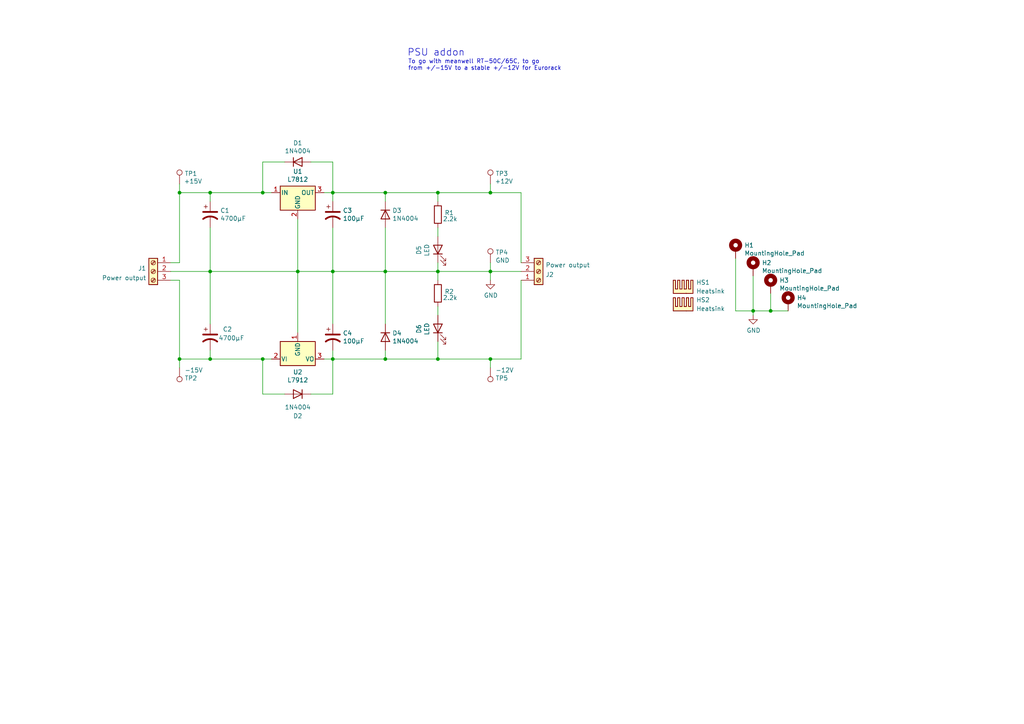
<source format=kicad_sch>
(kicad_sch (version 20231120) (generator "eeschema") (generator_version "8.0")
  (paper "A4")
  (title_block (title "PSU addon") (date "2025-01-15") (rev "1.1") (company "Bleep Sound"))
  (lib_symbols
    (symbol "Connector:Screw_Terminal_01x03" (pin_names (offset 1.016) hide)
      (property "Reference" "J" (at 0 5.08 0))
      (property "Value" "Screw_Terminal_01x03" (at 0 -5.08 0))
      (symbol "Screw_Terminal_01x03_1_1"
        (rectangle (start -1.27 3.81) (end 1.27 -3.81) (stroke (width 0.254)) (fill (type background)))
        (circle (center 0 -2.54) (radius 0.635) (stroke (width 0.1524)))
        (polyline (pts (xy -0.5334 -2.2098) (xy 0.3302 -3.048)) (stroke (width 0.1524)))
        (polyline (pts (xy -0.5334 0.3302) (xy 0.3302 -0.508)) (stroke (width 0.1524)))
        (polyline (pts (xy -0.5334 2.8702) (xy 0.3302 2.032)) (stroke (width 0.1524)))
        (polyline (pts (xy -0.3556 -2.032) (xy 0.508 -2.8702)) (stroke (width 0.1524)))
        (polyline (pts (xy -0.3556 0.508) (xy 0.508 -0.3302)) (stroke (width 0.1524)))
        (polyline (pts (xy -0.3556 3.048) (xy 0.508 2.2098)) (stroke (width 0.1524)))
        (circle (center 0 0) (radius 0.635) (stroke (width 0.1524)))
        (circle (center 0 2.54) (radius 0.635) (stroke (width 0.1524)))
        (pin passive line (at -5.08 2.54 0) (length 3.81) (name "Pin_1") (number "1"))
        (pin passive line (at -5.08 0 0) (length 3.81) (name "Pin_2") (number "2"))
        (pin passive line (at -5.08 -2.54 0) (length 3.81) (name "Pin_3") (number "3"))
      )
    )
    (symbol "Connector:TestPoint" (pin_numbers hide) (pin_names (offset 0.762) hide)
      (property "Reference" "TP" (at 0 6.858 0))
      (property "Value" "TestPoint" (at 0 5.08 0))
      (symbol "TestPoint_0_1"
        (circle (center 0 3.302) (radius 0.762))
      )
      (symbol "TestPoint_1_1"
        (pin passive line (at 0 0 90) (length 2.54) (name "1") (number "1"))
      )
    )
    (symbol "Device:CP1" (pin_numbers hide) (pin_names (offset 0.254) hide)
      (property "Reference" "C" (at 0.635 2.54 0))
      (property "Value" "Device_CP1" (at 0.635 -2.54 0))
      (symbol "CP1_0_1"
        (polyline (pts (xy -2.032 0.762) (xy 2.032 0.762)) (stroke (width 0.508)))
        (polyline (pts (xy -1.778 2.286) (xy -0.762 2.286)))
        (polyline (pts (xy -1.27 1.778) (xy -1.27 2.794)))
        (arc (start 2.032 -1.27) (mid 0 -0.5572) (end -2.032 -1.27) (stroke (width 0.508)))
      )
      (symbol "CP1_1_1"
        (pin passive line (at 0 3.81 270) (length 2.794) (name "~") (number "1"))
        (pin passive line (at 0 -3.81 90) (length 3.302) (name "~") (number "2"))
      )
    )
    (symbol "Device:D" (pin_numbers hide) (pin_names (offset 1.016) hide)
      (property "Reference" "D" (at 0 2.54 0))
      (property "Value" "D" (at 0 -2.54 0))
      (symbol "D_0_1"
        (polyline (pts (xy -1.27 1.27) (xy -1.27 -1.27)) (stroke (width 0.254)))
        (polyline (pts (xy 1.27 0) (xy -1.27 0)))
        (polyline (pts (xy 1.27 1.27) (xy 1.27 -1.27) (xy -1.27 0) (xy 1.27 1.27)) (stroke (width 0.254)))
      )
      (symbol "D_1_1"
        (pin passive line (at -3.81 0 0) (length 2.54) (name "K") (number "1"))
        (pin passive line (at 3.81 0 180) (length 2.54) (name "A") (number "2"))
      )
    )
    (symbol "Device:LED" (pin_numbers hide) (pin_names (offset 1.016) hide)
      (property "Reference" "D" (at 0 2.54 0))
      (property "Value" "LED" (at 0 -2.54 0))
      (symbol "LED_0_1"
        (polyline (pts (xy -1.27 -1.27) (xy -1.27 1.27)) (stroke (width 0.254)))
        (polyline (pts (xy -1.27 0) (xy 1.27 0)))
        (polyline (pts (xy 1.27 -1.27) (xy 1.27 1.27) (xy -1.27 0) (xy 1.27 -1.27)) (stroke (width 0.254)))
        (polyline (pts (xy -3.048 -0.762) (xy -4.572 -2.286) (xy -3.81 -2.286) (xy -4.572 -2.286) (xy -4.572 -1.524)))
        (polyline (pts (xy -1.778 -0.762) (xy -3.302 -2.286) (xy -2.54 -2.286) (xy -3.302 -2.286) (xy -3.302 -1.524)))
      )
      (symbol "LED_1_1"
        (pin passive line (at -3.81 0 0) (length 2.54) (name "K") (number "1"))
        (pin passive line (at 3.81 0 180) (length 2.54) (name "A") (number "2"))
      )
    )
    (symbol "Device:R" (pin_numbers hide) (pin_names (offset 0))
      (property "Reference" "R" (at 2.032 0 90))
      (property "Value" "R" (at 0 0 90))
      (symbol "R_0_1"
        (rectangle (start -1.016 -2.54) (end 1.016 2.54) (stroke (width 0.254)))
      )
      (symbol "R_1_1"
        (pin passive line (at 0 3.81 270) (length 1.27) (name "~") (number "1"))
        (pin passive line (at 0 -3.81 90) (length 1.27) (name "~") (number "2"))
      )
    )
    (symbol "Mechanical:Heatsink" (pin_names (offset 1.016)) (exclude_from_sim yes)
      (property "Reference" "HS" (at 0 5.08 0))
      (property "Value" "Heatsink" (at 0 -1.27 0))
      (symbol "Heatsink_0_1"
        (polyline (pts (xy -0.3302 1.27) (xy -0.9652 1.27) (xy -0.9652 3.81) (xy -1.6002 3.81) (xy -1.6002 1.27) (xy -2.2352 1.27) (xy -2.2352 3.81) (xy -2.8702 3.81) (xy -2.8702 0) (xy -0.9652 0)) (stroke (width 0.254)) (fill (type background)))
        (polyline (pts (xy -0.3302 1.27) (xy -0.3302 3.81) (xy 0.3048 3.81) (xy 0.3048 1.27) (xy 0.9398 1.27) (xy 0.9398 3.81) (xy 1.5748 3.81) (xy 1.5748 1.27) (xy 2.2098 1.27) (xy 2.2098 3.81) (xy 2.8448 3.81) (xy 2.8448 0) (xy -0.9652 0)) (stroke (width 0.254)) (fill (type background)))
      )
    )
    (symbol "Mechanical:MountingHole_Pad" (pin_numbers hide) (pin_names (offset 1.016) hide)
      (property "Reference" "H" (at 0 6.35 0))
      (property "Value" "MountingHole_Pad" (at 0 4.445 0))
      (symbol "MountingHole_Pad_0_1"
        (circle (center 0 1.27) (radius 1.27) (stroke (width 1.27)))
      )
      (symbol "MountingHole_Pad_1_1"
        (pin input line (at 0 -2.54 90) (length 2.54) (name "1") (number "1"))
      )
    )
    (symbol "Regulator_Linear:L7812" (pin_names (offset 0.254))
      (property "Reference" "U" (at -3.81 3.175 0))
      (property "Value" "L7812" (at 0 3.175 0))
      (symbol "L7812_0_1"
        (rectangle (start -5.08 1.905) (end 5.08 -5.08) (stroke (width 0.254)) (fill (type background)))
      )
      (symbol "L7812_1_1"
        (pin power_in line (at -7.62 0 0) (length 2.54) (name "IN") (number "1"))
        (pin power_in line (at 0 -7.62 90) (length 2.54) (name "GND") (number "2"))
        (pin power_out line (at 7.62 0 180) (length 2.54) (name "OUT") (number "3"))
      )
    )
    (symbol "Regulator_Linear:L7912" (pin_names (offset 0.254))
      (property "Reference" "U" (at -3.81 -3.175 0))
      (property "Value" "L7912" (at 0 -3.175 0))
      (symbol "L7912_0_1"
        (rectangle (start -5.08 5.08) (end 5.08 -1.905) (stroke (width 0.254)) (fill (type background)))
      )
      (symbol "L7912_1_1"
        (pin power_in line (at 0 7.62 270) (length 2.54) (name "GND") (number "1"))
        (pin power_in line (at -7.62 0 0) (length 2.54) (name "VI") (number "2"))
        (pin power_out line (at 7.62 0 180) (length 2.54) (name "VO") (number "3"))
      )
    )
    (symbol "power:GND" (power) (pin_names (offset 0))
      (property "Value" "GND" (at 0 -3.81 0))
      (symbol "GND_0_1"
        (polyline (pts (xy 0 0) (xy 0 -1.27) (xy 1.27 -1.27) (xy 0 -2.54) (xy -1.27 -1.27) (xy 0 -1.27)))
      )
      (symbol "GND_1_1"
        (pin power_in line (at 0 0 270) (length 0) hide (name "GND") (number "1"))
      )
    )
  )
  (junction (at 142.24 55.88))
  (junction (at 96.52 55.88))
  (junction (at 127 55.88))
  (junction (at 86.36 78.74))
  (junction (at 60.96 55.88))
  (junction (at 76.2 104.14))
  (junction (at 96.52 104.14))
  (junction (at 223.52 90.17))
  (junction (at 60.96 104.14))
  (junction (at 111.76 104.14))
  (junction (at 142.24 104.14))
  (junction (at 111.76 78.74))
  (junction (at 127 104.14))
  (junction (at 111.76 55.88))
  (junction (at 127 78.74))
  (junction (at 218.44 90.17))
  (junction (at 60.96 78.74))
  (junction (at 52.07 55.88))
  (junction (at 76.2 55.88))
  (junction (at 142.24 78.74))
  (junction (at 96.52 78.74))
  (junction (at 52.07 104.14))
  (wire (pts (xy 60.96 78.74) (xy 86.36 78.74)))
  (wire (pts (xy 96.52 55.88) (xy 96.52 58.42)))
  (wire (pts (xy 60.96 78.74) (xy 60.96 93.98)))
  (wire (pts (xy 96.52 78.74) (xy 86.36 78.74)))
  (wire (pts (xy 228.6 90.17) (xy 223.52 90.17)))
  (wire (pts (xy 60.96 66.04) (xy 60.96 78.74)))
  (wire (pts (xy 96.52 101.6) (xy 96.52 104.14)))
  (wire (pts (xy 96.52 93.98) (xy 96.52 78.74)))
  (wire (pts (xy 52.07 55.88) (xy 60.96 55.88)))
  (wire (pts (xy 60.96 55.88) (xy 76.2 55.88)))
  (wire (pts (xy 142.24 53.34) (xy 142.24 55.88)))
  (wire (pts (xy 213.36 74.93) (xy 213.36 90.17)))
  (wire (pts (xy 60.96 55.88) (xy 60.96 58.42)))
  (wire (pts (xy 127 68.58) (xy 127 66.04)))
  (wire (pts (xy 223.52 90.17) (xy 218.44 90.17)))
  (wire (pts (xy 96.52 114.3) (xy 90.17 114.3)))
  (wire (pts (xy 127 55.88) (xy 142.24 55.88)))
  (wire (pts (xy 127 88.9) (xy 127 91.44)))
  (wire (pts (xy 93.98 55.88) (xy 96.52 55.88)))
  (wire (pts (xy 111.76 104.14) (xy 127 104.14)))
  (wire (pts (xy 52.07 104.14) (xy 60.96 104.14)))
  (wire (pts (xy 142.24 81.28) (xy 142.24 78.74)))
  (wire (pts (xy 49.53 81.28) (xy 52.07 81.28)))
  (wire (pts (xy 78.74 55.88) (xy 76.2 55.88)))
  (wire (pts (xy 90.17 46.99) (xy 96.52 46.99)))
  (wire (pts (xy 76.2 114.3) (xy 82.55 114.3)))
  (wire (pts (xy 142.24 55.88) (xy 151.13 55.88)))
  (wire (pts (xy 86.36 63.5) (xy 86.36 78.74)))
  (wire (pts (xy 52.07 81.28) (xy 52.07 104.14)))
  (wire (pts (xy 78.74 104.14) (xy 76.2 104.14)))
  (wire (pts (xy 127 104.14) (xy 127 99.06)))
  (wire (pts (xy 52.07 76.2) (xy 52.07 55.88)))
  (wire (pts (xy 127 78.74) (xy 142.24 78.74)))
  (wire (pts (xy 111.76 104.14) (xy 96.52 104.14)))
  (wire (pts (xy 49.53 78.74) (xy 60.96 78.74)))
  (wire (pts (xy 218.44 80.01) (xy 218.44 90.17)))
  (wire (pts (xy 96.52 46.99) (xy 96.52 55.88)))
  (wire (pts (xy 111.76 93.98) (xy 111.76 78.74)))
  (wire (pts (xy 111.76 101.6) (xy 111.76 104.14)))
  (wire (pts (xy 60.96 101.6) (xy 60.96 104.14)))
  (wire (pts (xy 96.52 66.04) (xy 96.52 78.74)))
  (wire (pts (xy 127 55.88) (xy 111.76 55.88)))
  (wire (pts (xy 151.13 55.88) (xy 151.13 76.2)))
  (wire (pts (xy 223.52 85.09) (xy 223.52 90.17)))
  (wire (pts (xy 142.24 76.2) (xy 142.24 78.74)))
  (wire (pts (xy 213.36 90.17) (xy 218.44 90.17)))
  (wire (pts (xy 142.24 78.74) (xy 151.13 78.74)))
  (wire (pts (xy 52.07 53.34) (xy 52.07 55.88)))
  (wire (pts (xy 218.44 90.17) (xy 218.44 91.44)))
  (wire (pts (xy 127 58.42) (xy 127 55.88)))
  (wire (pts (xy 93.98 104.14) (xy 96.52 104.14)))
  (wire (pts (xy 86.36 78.74) (xy 86.36 96.52)))
  (wire (pts (xy 52.07 104.14) (xy 52.07 106.68)))
  (wire (pts (xy 127 104.14) (xy 142.24 104.14)))
  (wire (pts (xy 96.52 78.74) (xy 111.76 78.74)))
  (wire (pts (xy 151.13 81.28) (xy 151.13 104.14)))
  (wire (pts (xy 96.52 104.14) (xy 96.52 114.3)))
  (wire (pts (xy 142.24 104.14) (xy 142.24 106.68)))
  (wire (pts (xy 60.96 104.14) (xy 76.2 104.14)))
  (wire (pts (xy 111.76 58.42) (xy 111.76 55.88)))
  (wire (pts (xy 76.2 104.14) (xy 76.2 114.3)))
  (wire (pts (xy 127 78.74) (xy 127 76.2)))
  (wire (pts (xy 111.76 66.04) (xy 111.76 78.74)))
  (wire (pts (xy 111.76 78.74) (xy 127 78.74)))
  (wire (pts (xy 96.52 55.88) (xy 111.76 55.88)))
  (wire (pts (xy 127 78.74) (xy 127 81.28)))
  (wire (pts (xy 76.2 46.99) (xy 76.2 55.88)))
  (wire (pts (xy 49.53 76.2) (xy 52.07 76.2)))
  (wire (pts (xy 142.24 104.14) (xy 151.13 104.14)))
  (wire (pts (xy 82.55 46.99) (xy 76.2 46.99)))
  (text "PSU addon" (at 118.11 16.51 0) (effects (font (size 2 2)) (justify left bottom)))
  (text "To go with meanwell RT-50C/65C, to go \nfrom +/-15V to a stable +/-12V for Eurorack" (at 118.364 20.574 0) (effects (font (size 1.2 1.2)) (justify left bottom)))
  (symbol (lib_id "power:GND") (at 218.44 91.44 0) (unit 1)
    (property "Reference" "#PWR02" (effects (hide yes)))
    (property "Value" "GND" (at 218.567 95.8342 0))
  )
  (symbol (lib_id "Mechanical:MountingHole_Pad") (at 213.36 72.39 0) (unit 1)
    (property "Reference" "H1" (at 215.9 71.1454 0) (effects (justify left)))
    (property "Value" "MountingHole_Pad" (at 215.9 73.4568 0) (effects (justify left)))
    (property "Footprint" "Kicad-perso:Doepfer Mounting hole" (effects (hide yes)))
  )
  (symbol (lib_id "Mechanical:MountingHole_Pad") (at 218.44 77.47 0) (unit 1)
    (property "Reference" "H2" (at 220.98 76.2254 0) (effects (justify left)))
    (property "Value" "MountingHole_Pad" (at 220.98 78.5368 0) (effects (justify left)))
    (property "Footprint" "Kicad-perso:Doepfer Mounting hole" (effects (hide yes)))
  )
  (symbol (lib_id "Mechanical:MountingHole_Pad") (at 223.52 82.55 0) (unit 1)
    (property "Reference" "H3" (at 226.06 81.3054 0) (effects (justify left)))
    (property "Value" "MountingHole_Pad" (at 226.06 83.6168 0) (effects (justify left)))
    (property "Footprint" "Kicad-perso:Doepfer Mounting hole" (effects (hide yes)))
  )
  (symbol (lib_id "Mechanical:MountingHole_Pad") (at 228.6 87.63 0) (unit 1)
    (property "Reference" "H4" (at 231.14 86.3854 0) (effects (justify left)))
    (property "Value" "MountingHole_Pad" (at 231.14 88.6968 0) (effects (justify left)))
    (property "Footprint" "Kicad-perso:Doepfer Mounting hole" (effects (hide yes)))
  )
  (symbol (lib_id "Connector:Screw_Terminal_01x03") (at 44.45 78.74 0) (mirror y) (unit 1)
    (property "Reference" "J1" (at 42.418 77.8315 0) (effects (justify left)))
    (property "Value" "Power output" (at 42.418 80.6066 0) (effects (justify left)))
    (property "Footprint" "TerminalBlock:TerminalBlock_bornier-3_P5.08mm" (effects (hide yes)))
    (property "Description" "Screw Terminal Block 3 Positions 2.54mm" (effects (hide yes)))
    (property "Links" "https://www.taydaelectronics.com/dg128-screw-terminal-block-3-positions-2-54mm.html" (effects (hide yes)))
    (property "manf" "DEGSON" (effects (hide yes)))
    (property "manf#" "DG128 " (effects (hide yes)))
  )
  (symbol (lib_id "Device:D") (at 111.76 97.79 270) (unit 1)
    (property "Reference" "D4" (at 113.792 96.6216 90) (effects (justify left)))
    (property "Value" "1N4004" (at 113.792 98.933 90) (effects (justify left)))
    (property "Footprint" "Diode_THT:D_DO-41_SOD81_P10.16mm_Horizontal" (effects (hide yes)))
    (property "Description" "1N4004 Diode 1A 400V" (effects (hide yes)))
    (property "Links" "https://www.taydaelectronics.com/1n4004-diode-1a-400v.html" (effects (hide yes)))
  )
  (symbol (lib_id "Device:CP1") (at 96.52 62.23 0) (unit 1)
    (property "Reference" "C3" (at 99.441 61.0616 0) (effects (justify left)))
    (property "Value" "100µF" (at 99.441 63.373 0) (effects (justify left)))
    (property "Footprint" "Capacitor_THT:CP_Radial_D5.0mm_P2.00mm" (effects (hide yes)))
    (property "Description" "100uF Electrolytic capacitor, 2.0mm pitch, 5mm diameter" (effects (hide yes)))
  )
  (symbol (lib_id "Connector:TestPoint") (at 52.07 106.68 0) (mirror x) (unit 1)
    (property "Reference" "TP2" (at 53.5432 109.6772 0) (effects (justify left)))
    (property "Value" "-15V" (at 53.5432 107.3658 0) (effects (justify left)))
    (property "Footprint" "TestPoint:TestPoint_Keystone_5000-5004_Miniature" (effects (hide yes)))
  )
  (symbol (lib_id "Device:CP1") (at 60.96 62.23 0) (unit 1)
    (property "Reference" "C1" (at 63.881 61.0616 0) (effects (justify left)))
    (property "Value" "4700µF" (at 63.881 63.373 0) (effects (justify left)))
    (property "Footprint" "Capacitor_THT:CP_Radial_D16.0mm_P7.50mm" (effects (hide yes)))
    (property "Description" "4700uF Electrolytic capacitor, 7.50mm pitch 16mm diameter" (effects (hide yes)))
  )
  (symbol (lib_id "Connector:TestPoint") (at 142.24 106.68 0) (mirror x) (unit 1)
    (property "Reference" "TP5" (at 143.7132 109.6772 0) (effects (justify left)))
    (property "Value" "-12V" (at 143.7132 107.3658 0) (effects (justify left)))
    (property "Footprint" "TestPoint:TestPoint_Keystone_5000-5004_Miniature" (effects (hide yes)))
  )
  (symbol (lib_id "Device:D") (at 111.76 62.23 270) (unit 1)
    (property "Reference" "D3" (at 113.792 61.0616 90) (effects (justify left)))
    (property "Value" "1N4004" (at 113.792 63.373 90) (effects (justify left)))
    (property "Footprint" "Diode_THT:D_DO-41_SOD81_P10.16mm_Horizontal" (effects (hide yes)))
    (property "Description" "1N4004 Diode 1A 400V" (effects (hide yes)))
    (property "Links" "https://www.taydaelectronics.com/1n4004-diode-1a-400v.html" (effects (hide yes)))
  )
  (symbol (lib_id "Device:LED") (at 127 72.39 90) (unit 1)
    (property "Reference" "D5" (at 121.4882 72.5678 0))
    (property "Value" "LED" (at 123.7996 72.5678 0))
    (property "Footprint" "LED_THT:LED_D5.0mm_Clear" (effects (hide yes)))
    (property "Description" "5mm LED" (effects (hide yes)))
  )
  (symbol (lib_id "Connector:Screw_Terminal_01x03") (at 156.21 78.74 0) (mirror x) (unit 1)
    (property "Reference" "J2" (at 158.242 79.6485 0) (effects (justify left)))
    (property "Value" "Power output" (at 158.242 76.8734 0) (effects (justify left)))
    (property "Footprint" "TerminalBlock:TerminalBlock_bornier-3_P5.08mm" (effects (hide yes)))
    (property "Description" "Screw Terminal Block 3 Positions 2.54mm" (effects (hide yes)))
    (property "Links" "https://www.taydaelectronics.com/dg128-screw-terminal-block-3-positions-2-54mm.html" (effects (hide yes)))
    (property "manf" "DEGSON" (effects (hide yes)))
    (property "manf#" "DG128 " (effects (hide yes)))
  )
  (symbol (lib_id "Device:R") (at 127 85.09 180) (unit 1)
    (property "Reference" "R2" (at 130.302 84.582 0))
    (property "Value" "2.2k" (at 130.556 86.36 0))
    (property "Footprint" "Resistor_THT:R_Axial_DIN0207_L6.3mm_D2.5mm_P7.62mm_Horizontal" (effects (hide yes)))
    (property "Description" "2.5mm*6.8mm 1/4W 1% Metal film resistor" (effects (hide yes)))
    (property "Links" "https://www.taydaelectronics.com/resistors/1-4w-metal-film-resistors/test-group-2.html" (effects (hide yes)))
  )
  (symbol (lib_id "Connector:TestPoint") (at 142.24 76.2 0) (unit 1)
    (property "Reference" "TP4" (at 143.7132 73.2028 0) (effects (justify left)))
    (property "Value" "GND" (at 143.7132 75.5142 0) (effects (justify left)))
    (property "Footprint" "TestPoint:TestPoint_Keystone_5000-5004_Miniature" (effects (hide yes)))
  )
  (symbol (lib_id "Mechanical:Heatsink") (at 198.12 90.17 0) (mirror y) (unit 1) (exclude_from_sim yes) (on_board no)
    (property "Reference" "HS2" (at 201.93 86.9949 0) (effects (justify right)))
    (property "Value" "Heatsink" (at 201.93 89.5349 0) (effects (justify right)))
    (property "Description" "Heatsink for TO-220 package" (effects (hide yes)))
    (property "Links" "https://www.taydaelectronics.com/heat-sink-to-220-8-fins-1-inch-aluminium-white.html" (effects (hide yes)))
  )
  (symbol (lib_id "Device:D") (at 86.36 114.3 180) (unit 1)
    (property "Reference" "D2" (at 86.36 120.65 0))
    (property "Value" "1N4004" (at 86.36 118.11 0))
    (property "Footprint" "Diode_THT:D_DO-41_SOD81_P10.16mm_Horizontal" (effects (hide yes)))
    (property "Description" "1N4004 Diode 1A 400V" (effects (hide yes)))
    (property "Links" "https://www.taydaelectronics.com/1n4004-diode-1a-400v.html" (effects (hide yes)))
  )
  (symbol (lib_id "Device:LED") (at 127 95.25 90) (unit 1)
    (property "Reference" "D6" (at 121.4882 95.4278 0))
    (property "Value" "LED" (at 123.7996 95.4278 0))
    (property "Footprint" "LED_THT:LED_D5.0mm_Clear" (effects (hide yes)))
    (property "Description" "5mm LED" (effects (hide yes)))
  )
  (symbol (lib_id "Mechanical:Heatsink") (at 198.12 85.09 0) (mirror y) (unit 1) (exclude_from_sim yes) (on_board no)
    (property "Reference" "HS1" (at 201.93 81.9149 0) (effects (justify right)))
    (property "Value" "Heatsink" (at 201.93 84.4549 0) (effects (justify right)))
    (property "Description" "Heatsink for TO-220 package" (effects (hide yes)))
    (property "Links" "https://www.taydaelectronics.com/heat-sink-to-220-8-fins-1-inch-aluminium-white.html" (effects (hide yes)))
  )
  (symbol (lib_id "Regulator_Linear:L7912") (at 86.36 104.14 0) (unit 1)
    (property "Reference" "U2" (at 86.36 107.9246 0))
    (property "Value" "L7912" (at 86.36 110.236 0))
    (property "Footprint" "Package_TO_SOT_THT:TO-220-3_Vertical" (effects (hide yes)))
    (property "Datasheet" "http://www.st.com/content/ccc/resource/technical/document/datasheet/c9/16/86/41/c7/2b/45/f2/CD00000450.pdf/files/CD00000450.pdf/jcr:content/translations/en.CD00000450.pdf" (effects (hide yes)))
    (property "Description" "-12V Voltage Regulator IC" (effects (hide yes)))
    (property "Links" "https://www.taydaelectronics.com/l7912cv-lm7912-l7912-7912-voltage-regulator-ic-12v-1-5a.html" (effects (hide yes)))
  )
  (symbol (lib_id "Device:CP1") (at 60.96 97.79 0) (unit 1)
    (property "Reference" "C2" (at 67.31 95.504 0) (effects (justify right)))
    (property "Value" "4700µF" (at 70.866 98.044 0) (effects (justify right)))
    (property "Footprint" "Capacitor_THT:CP_Radial_D16.0mm_P7.50mm" (effects (hide yes)))
    (property "Description" "4700uF Electrolytic capacitor, 7.50mm pitch 16mm diameter" (effects (hide yes)))
  )
  (symbol (lib_id "power:GND") (at 142.24 81.28 0) (unit 1)
    (property "Reference" "#PWR01" (effects (hide yes)))
    (property "Value" "GND" (at 142.367 85.6742 0))
  )
  (symbol (lib_id "Device:CP1") (at 96.52 97.79 0) (unit 1)
    (property "Reference" "C4" (at 99.441 96.6216 0) (effects (justify left)))
    (property "Value" "100µF" (at 99.441 98.933 0) (effects (justify left)))
    (property "Footprint" "Capacitor_THT:CP_Radial_D5.0mm_P2.00mm" (effects (hide yes)))
    (property "Description" "100uF Electrolytic capacitor, 2.0mm pitch, 5mm diameter" (effects (hide yes)))
  )
  (symbol (lib_id "Connector:TestPoint") (at 52.07 53.34 0) (unit 1)
    (property "Reference" "TP1" (at 53.5432 50.3428 0) (effects (justify left)))
    (property "Value" "+15V" (at 53.34 52.578 0) (effects (justify left)))
    (property "Footprint" "TestPoint:TestPoint_Keystone_5000-5004_Miniature" (effects (hide yes)))
  )
  (symbol (lib_id "Device:D") (at 86.36 46.99 0) (unit 1)
    (property "Reference" "D1" (at 86.36 41.4782 0))
    (property "Value" "1N4004" (at 86.36 43.7896 0))
    (property "Footprint" "Diode_THT:D_DO-41_SOD81_P10.16mm_Horizontal" (effects (hide yes)))
    (property "Description" "1N4004 Diode 1A 400V" (effects (hide yes)))
    (property "Links" "https://www.taydaelectronics.com/1n4004-diode-1a-400v.html" (effects (hide yes)))
  )
  (symbol (lib_id "Device:R") (at 127 62.23 180) (unit 1)
    (property "Reference" "R1" (at 130.302 61.722 0))
    (property "Value" "2.2k" (at 130.556 63.5 0))
    (property "Footprint" "Resistor_THT:R_Axial_DIN0207_L6.3mm_D2.5mm_P7.62mm_Horizontal" (effects (hide yes)))
    (property "Description" "2.5mm*6.8mm 1/4W 1% Metal film resistor" (effects (hide yes)))
    (property "Links" "https://www.taydaelectronics.com/resistors/1-4w-metal-film-resistors/test-group-2.html" (effects (hide yes)))
  )
  (symbol (lib_id "Regulator_Linear:L7812") (at 86.36 55.88 0) (unit 1)
    (property "Reference" "U1" (at 86.36 49.7332 0))
    (property "Value" "L7812" (at 86.36 52.0446 0))
    (property "Footprint" "Package_TO_SOT_THT:TO-220-3_Vertical" (effects (hide yes)))
    (property "Datasheet" "http://www.st.com/content/ccc/resource/technical/document/datasheet/41/4f/b3/b0/12/d4/47/88/CD00000444.pdf/files/CD00000444.pdf/jcr:content/translations/en.CD00000444.pdf" (effects (hide yes)))
    (property "Description" "12V Voltage Regulator IC" (effects (hide yes)))
    (property "Links" "https://www.taydaelectronics.com/l7812cv-lm7812-l7812-voltage-regulator-ic-12v-1-5a.html" (effects (hide yes)))
  )
  (symbol (lib_id "Connector:TestPoint") (at 142.24 53.34 0) (unit 1)
    (property "Reference" "TP3" (at 143.7132 50.3428 0) (effects (justify left)))
    (property "Value" "+12V" (at 143.51 52.578 0) (effects (justify left)))
    (property "Footprint" "TestPoint:TestPoint_Keystone_5000-5004_Miniature" (effects (hide yes)))
  )
)
</source>
